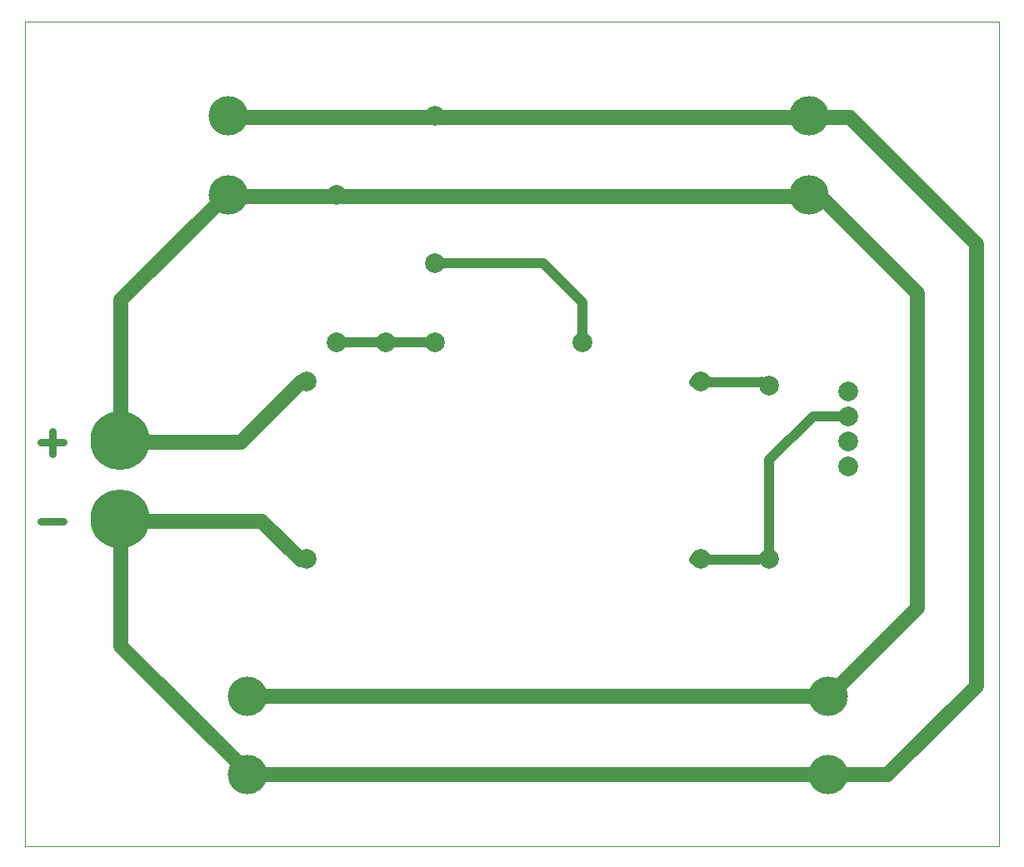
<source format=gbr>
G04 This is an RS-274x file exported by *
G04 gerbv version 2.8.0~e0c645 *
G04 More information is available about gerbv at *
G04 https://gerbv.github.io/ *
G04 --End of header info--*
%MOIN*%
%FSLAX36Y36*%
%IPPOS*%
G04 --Define apertures--*
%ADD10C,0.0039*%
%ADD11C,0.0295*%
%ADD12C,0.1575*%
%ADD13C,0.0787*%
%ADD14C,0.2362*%
%ADD15C,0.0591*%
%ADD16C,0.0394*%
%ADD17C,0.0098*%
G04 --Start main section--*
G54D10*
G01X2100000Y-1000000D02*
G01X5997638Y-1000000D01*
G01X5997638Y-1000000D02*
G01X5997638Y-4300000D01*
G01X5997638Y-4300000D02*
G01X2100000Y-4300000D01*
G01X2100000Y-4300000D02*
G01X2100000Y-1000000D01*
G01X0000000Y0000000D02*
G54D11*
G01X2255343Y-3000169D02*
G01X2165354Y-3000169D01*
G01X2255343Y-2685208D02*
G01X2165354Y-2685208D01*
G01X2210349Y-2730202D02*
G01X2210349Y-2640214D01*
G54D12*
G01X2992126Y-3700787D03*
G01X2992126Y-4015748D03*
G01X5314961Y-3700787D03*
G01X5314961Y-4015748D03*
G01X2913386Y-1692913D03*
G01X2913386Y-1377953D03*
G01X5236220Y-1692913D03*
G01X5236220Y-1377953D03*
G54D13*
G01X5393701Y-2480315D03*
G01X5393701Y-2580315D03*
G01X5393701Y-2680315D03*
G01X5393701Y-2780315D03*
G01X5078740Y-3149606D03*
G01X5078740Y-2458268D03*
G01X3228346Y-2440945D03*
G01X4803150Y-2440945D03*
G01X4803150Y-3149606D03*
G01X3228346Y-3149606D03*
G01X3740157Y-1377953D03*
G01X3740157Y-1968504D03*
G01X3740157Y-2283465D03*
G01X4330709Y-2283465D03*
G01X3543307Y-2283465D03*
G01X3346457Y-2283465D03*
G01X3346457Y-1692913D03*
G54D14*
G01X2480315Y-2677165D03*
G01X2480315Y-2992126D03*
G54D15*
G01X5000000Y-1385039D02*
G01X5400787Y-1385039D01*
G01X5551969Y-4014961D02*
G01X5000000Y-4014961D01*
G01X5905512Y-3661417D02*
G01X5551969Y-4014961D01*
G01X5905512Y-1889764D02*
G01X5905512Y-3661417D01*
G01X5400787Y-1385039D02*
G01X5905512Y-1889764D01*
G01X5000000Y-1385039D02*
G01X2900000Y-1385039D01*
G54D16*
G01X4173228Y-1968504D02*
G01X3740157Y-1968504D01*
G01X4330709Y-2125984D02*
G01X4173228Y-1968504D01*
G01X4330709Y-2283465D02*
G01X4330709Y-2125984D01*
G01X3503937Y-2283465D02*
G01X3740157Y-2283465D01*
G01X3346457Y-2283465D02*
G01X3503937Y-2283465D01*
G54D15*
G01X5669291Y-3346457D02*
G01X5315748Y-3700000D01*
G01X5669291Y-2086614D02*
G01X5669291Y-3346457D01*
G01X5315748Y-3700000D02*
G01X5000000Y-3700000D01*
G01X5282677Y-1700000D02*
G01X5669291Y-2086614D01*
G01X5000000Y-1700000D02*
G01X5282677Y-1700000D01*
G54D16*
G01X5078740Y-2755906D02*
G01X5078740Y-3110236D01*
G01X5393701Y-2580315D02*
G01X5254331Y-2580315D01*
G01X5254331Y-2580315D02*
G01X5078740Y-2755906D01*
G01X4777559Y-3154331D02*
G01X5034646Y-3154331D01*
G01X4777559Y-2445669D02*
G01X5044094Y-2445669D01*
G54D17*
G01X5044094Y-2423622D02*
G01X5078740Y-2458268D01*
G54D15*
G01X3048425Y-3000000D02*
G01X3202756Y-3154331D01*
G01X2963386Y-2685039D02*
G01X3202756Y-2445669D01*
G01X2485039Y-3000000D02*
G01X3048425Y-3000000D01*
G01X2485039Y-2685039D02*
G01X2963386Y-2685039D01*
G01X3000000Y-4014961D02*
G01X5000000Y-4014961D01*
G01X2485039Y-3500000D02*
G01X3000000Y-4014961D01*
G01X2485039Y-3000000D02*
G01X2485039Y-3500000D01*
G01X5000000Y-3700000D02*
G01X3000000Y-3700000D01*
G01X2900000Y-1700000D02*
G01X5000000Y-1700000D01*
G01X2485039Y-2114961D02*
G01X2900000Y-1700000D01*
G01X2485039Y-2685039D02*
G01X2485039Y-2114961D01*
G54D17*
G01X2485039Y-2585039D02*
G01X2500000Y-2600000D01*
M02*

</source>
